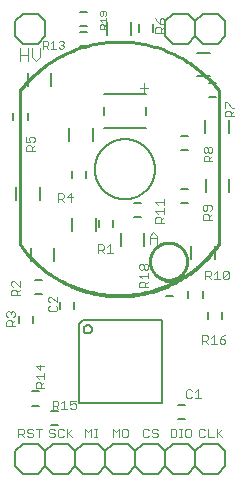
<source format=gto>
G75*
%MOIN*%
%OFA0B0*%
%FSLAX25Y25*%
%IPPOS*%
%LPD*%
%AMOC8*
5,1,8,0,0,1.08239X$1,22.5*
%
%ADD10C,0.00400*%
%ADD11C,0.00300*%
%ADD12C,0.01000*%
%ADD13C,0.00600*%
%ADD14C,0.00800*%
%ADD15C,0.00500*%
%ADD16C,0.00200*%
D10*
X0049068Y0131397D02*
X0049068Y0134133D01*
X0047700Y0132765D02*
X0050436Y0132765D01*
X0014579Y0143081D02*
X0014579Y0145817D01*
X0014579Y0143081D02*
X0013211Y0141713D01*
X0011844Y0143081D01*
X0011844Y0145817D01*
X0010436Y0145817D02*
X0010436Y0141713D01*
X0010436Y0143765D02*
X0007700Y0143765D01*
X0007700Y0141713D02*
X0007700Y0145817D01*
D11*
X0009820Y0116431D02*
X0009820Y0114497D01*
X0011271Y0114497D01*
X0010787Y0115464D01*
X0010787Y0115948D01*
X0011271Y0116431D01*
X0012238Y0116431D01*
X0012722Y0115948D01*
X0012722Y0114980D01*
X0012238Y0114497D01*
X0012722Y0113485D02*
X0011755Y0112517D01*
X0011755Y0113001D02*
X0011755Y0111550D01*
X0012722Y0111550D02*
X0009820Y0111550D01*
X0009820Y0113001D01*
X0010303Y0113485D01*
X0011271Y0113485D01*
X0011755Y0113001D01*
X0020454Y0097558D02*
X0021905Y0097558D01*
X0022389Y0097074D01*
X0022389Y0096106D01*
X0021905Y0095623D01*
X0020454Y0095623D01*
X0020454Y0094655D02*
X0020454Y0097558D01*
X0021421Y0095623D02*
X0022389Y0094655D01*
X0023400Y0096106D02*
X0025335Y0096106D01*
X0024852Y0094655D02*
X0024852Y0097558D01*
X0023400Y0096106D01*
X0033798Y0080517D02*
X0033798Y0077614D01*
X0033798Y0078582D02*
X0035249Y0078582D01*
X0035733Y0079065D01*
X0035733Y0080033D01*
X0035249Y0080517D01*
X0033798Y0080517D01*
X0034765Y0078582D02*
X0035733Y0077614D01*
X0036744Y0077614D02*
X0038679Y0077614D01*
X0037712Y0077614D02*
X0037712Y0080517D01*
X0036744Y0079549D01*
X0047598Y0073508D02*
X0047598Y0072540D01*
X0048081Y0072056D01*
X0048565Y0072056D01*
X0049049Y0072540D01*
X0049049Y0073508D01*
X0049533Y0073991D01*
X0050016Y0073991D01*
X0050500Y0073508D01*
X0050500Y0072540D01*
X0050016Y0072056D01*
X0049533Y0072056D01*
X0049049Y0072540D01*
X0049049Y0073508D02*
X0048565Y0073991D01*
X0048081Y0073991D01*
X0047598Y0073508D01*
X0047598Y0070077D02*
X0050500Y0070077D01*
X0050500Y0069110D02*
X0050500Y0071045D01*
X0050500Y0068098D02*
X0049533Y0067131D01*
X0049533Y0067615D02*
X0049533Y0066163D01*
X0050500Y0066163D02*
X0047598Y0066163D01*
X0047598Y0067615D01*
X0048081Y0068098D01*
X0049049Y0068098D01*
X0049533Y0067615D01*
X0048565Y0069110D02*
X0047598Y0070077D01*
X0050950Y0080763D02*
X0050950Y0083232D01*
X0052184Y0084467D01*
X0053419Y0083232D01*
X0053419Y0080763D01*
X0053419Y0082615D02*
X0050950Y0082615D01*
X0052898Y0087663D02*
X0052898Y0089115D01*
X0053381Y0089598D01*
X0054349Y0089598D01*
X0054833Y0089115D01*
X0054833Y0087663D01*
X0055800Y0087663D02*
X0052898Y0087663D01*
X0054833Y0088631D02*
X0055800Y0089598D01*
X0055800Y0090610D02*
X0055800Y0092545D01*
X0055800Y0091577D02*
X0052898Y0091577D01*
X0053865Y0090610D01*
X0053865Y0093556D02*
X0052898Y0094524D01*
X0055800Y0094524D01*
X0055800Y0095491D02*
X0055800Y0093556D01*
X0068764Y0093164D02*
X0068764Y0092197D01*
X0069247Y0091713D01*
X0069731Y0091713D01*
X0070215Y0092197D01*
X0070215Y0093648D01*
X0071182Y0093648D02*
X0069247Y0093648D01*
X0068764Y0093164D01*
X0069247Y0090702D02*
X0070215Y0090702D01*
X0070699Y0090218D01*
X0070699Y0088767D01*
X0070699Y0089734D02*
X0071666Y0090702D01*
X0071182Y0091713D02*
X0071666Y0092197D01*
X0071666Y0093164D01*
X0071182Y0093648D01*
X0069247Y0090702D02*
X0068764Y0090218D01*
X0068764Y0088767D01*
X0071666Y0088767D01*
X0070978Y0071724D02*
X0069526Y0071724D01*
X0069526Y0068821D01*
X0069526Y0069789D02*
X0070978Y0069789D01*
X0071461Y0070272D01*
X0071461Y0071240D01*
X0070978Y0071724D01*
X0070494Y0069789D02*
X0071461Y0068821D01*
X0072473Y0068821D02*
X0074408Y0068821D01*
X0073440Y0068821D02*
X0073440Y0071724D01*
X0072473Y0070756D01*
X0075419Y0071240D02*
X0075419Y0069305D01*
X0077354Y0071240D01*
X0077354Y0069305D01*
X0076871Y0068821D01*
X0075903Y0068821D01*
X0075419Y0069305D01*
X0075419Y0071240D02*
X0075903Y0071724D01*
X0076871Y0071724D01*
X0077354Y0071240D01*
X0076238Y0050316D02*
X0075271Y0049832D01*
X0074303Y0048865D01*
X0075755Y0048865D01*
X0076238Y0048381D01*
X0076238Y0047897D01*
X0075755Y0047413D01*
X0074787Y0047413D01*
X0074303Y0047897D01*
X0074303Y0048865D01*
X0073292Y0047413D02*
X0071357Y0047413D01*
X0072324Y0047413D02*
X0072324Y0050316D01*
X0071357Y0049348D01*
X0070345Y0048865D02*
X0069862Y0048381D01*
X0068410Y0048381D01*
X0068410Y0047413D02*
X0068410Y0050316D01*
X0069862Y0050316D01*
X0070345Y0049832D01*
X0070345Y0048865D01*
X0069378Y0048381D02*
X0070345Y0047413D01*
X0067064Y0032116D02*
X0066097Y0031148D01*
X0065085Y0031632D02*
X0064601Y0032116D01*
X0063634Y0032116D01*
X0063150Y0031632D01*
X0063150Y0029697D01*
X0063634Y0029213D01*
X0064601Y0029213D01*
X0065085Y0029697D01*
X0066097Y0029213D02*
X0068031Y0029213D01*
X0067064Y0029213D02*
X0067064Y0032116D01*
X0067934Y0019066D02*
X0067450Y0018582D01*
X0067450Y0016647D01*
X0067934Y0016163D01*
X0068901Y0016163D01*
X0069385Y0016647D01*
X0070397Y0016163D02*
X0070397Y0019066D01*
X0069385Y0018582D02*
X0068901Y0019066D01*
X0067934Y0019066D01*
X0070397Y0016163D02*
X0072331Y0016163D01*
X0073343Y0016163D02*
X0073343Y0019066D01*
X0073827Y0017615D02*
X0075278Y0016163D01*
X0073343Y0017131D02*
X0075278Y0019066D01*
X0064796Y0018582D02*
X0064796Y0016647D01*
X0064312Y0016163D01*
X0063345Y0016163D01*
X0062861Y0016647D01*
X0062861Y0018582D01*
X0063345Y0019066D01*
X0064312Y0019066D01*
X0064796Y0018582D01*
X0061864Y0019066D02*
X0060897Y0019066D01*
X0061380Y0019066D02*
X0061380Y0016163D01*
X0060897Y0016163D02*
X0061864Y0016163D01*
X0059885Y0016647D02*
X0059885Y0018582D01*
X0059401Y0019066D01*
X0057950Y0019066D01*
X0057950Y0016163D01*
X0059401Y0016163D01*
X0059885Y0016647D01*
X0053631Y0016647D02*
X0053148Y0016163D01*
X0052180Y0016163D01*
X0051697Y0016647D01*
X0050685Y0016647D02*
X0050201Y0016163D01*
X0049234Y0016163D01*
X0048750Y0016647D01*
X0048750Y0018582D01*
X0049234Y0019066D01*
X0050201Y0019066D01*
X0050685Y0018582D01*
X0051697Y0018582D02*
X0051697Y0018098D01*
X0052180Y0017615D01*
X0053148Y0017615D01*
X0053631Y0017131D01*
X0053631Y0016647D01*
X0053631Y0018582D02*
X0053148Y0019066D01*
X0052180Y0019066D01*
X0051697Y0018582D01*
X0043731Y0018582D02*
X0043731Y0016647D01*
X0043248Y0016163D01*
X0042280Y0016163D01*
X0041797Y0016647D01*
X0041797Y0018582D01*
X0042280Y0019066D01*
X0043248Y0019066D01*
X0043731Y0018582D01*
X0040785Y0019066D02*
X0040785Y0016163D01*
X0039817Y0018098D02*
X0040785Y0019066D01*
X0039817Y0018098D02*
X0038850Y0019066D01*
X0038850Y0016163D01*
X0033464Y0016163D02*
X0032497Y0016163D01*
X0032980Y0016163D02*
X0032980Y0019066D01*
X0032497Y0019066D02*
X0033464Y0019066D01*
X0031485Y0019066D02*
X0031485Y0016163D01*
X0030517Y0018098D02*
X0031485Y0019066D01*
X0030517Y0018098D02*
X0029550Y0019066D01*
X0029550Y0016163D01*
X0025278Y0016163D02*
X0023827Y0017615D01*
X0023343Y0017131D02*
X0025278Y0019066D01*
X0023343Y0019066D02*
X0023343Y0016163D01*
X0022331Y0016647D02*
X0021848Y0016163D01*
X0020880Y0016163D01*
X0020397Y0016647D01*
X0020397Y0018582D01*
X0020880Y0019066D01*
X0021848Y0019066D01*
X0022331Y0018582D01*
X0019385Y0018582D02*
X0018901Y0019066D01*
X0017934Y0019066D01*
X0017450Y0018582D01*
X0017450Y0018098D01*
X0017934Y0017615D01*
X0018901Y0017615D01*
X0019385Y0017131D01*
X0019385Y0016647D01*
X0018901Y0016163D01*
X0017934Y0016163D01*
X0017450Y0016647D01*
X0015078Y0019066D02*
X0013143Y0019066D01*
X0012131Y0018582D02*
X0011648Y0019066D01*
X0010680Y0019066D01*
X0010197Y0018582D01*
X0010197Y0018098D01*
X0010680Y0017615D01*
X0011648Y0017615D01*
X0012131Y0017131D01*
X0012131Y0016647D01*
X0011648Y0016163D01*
X0010680Y0016163D01*
X0010197Y0016647D01*
X0009185Y0016163D02*
X0008217Y0017131D01*
X0008701Y0017131D02*
X0007250Y0017131D01*
X0007250Y0016163D02*
X0007250Y0019066D01*
X0008701Y0019066D01*
X0009185Y0018582D01*
X0009185Y0017615D01*
X0008701Y0017131D01*
X0014111Y0016163D02*
X0014111Y0019066D01*
X0018650Y0025513D02*
X0018650Y0028416D01*
X0020101Y0028416D01*
X0020585Y0027932D01*
X0020585Y0026965D01*
X0020101Y0026481D01*
X0018650Y0026481D01*
X0019617Y0026481D02*
X0020585Y0025513D01*
X0021597Y0025513D02*
X0023531Y0025513D01*
X0022564Y0025513D02*
X0022564Y0028416D01*
X0021597Y0027448D01*
X0024543Y0026965D02*
X0025511Y0027448D01*
X0025994Y0027448D01*
X0026478Y0026965D01*
X0026478Y0025997D01*
X0025994Y0025513D01*
X0025027Y0025513D01*
X0024543Y0025997D01*
X0024543Y0026965D02*
X0024543Y0028416D01*
X0026478Y0028416D01*
X0015900Y0032563D02*
X0012998Y0032563D01*
X0012998Y0034015D01*
X0013481Y0034498D01*
X0014449Y0034498D01*
X0014933Y0034015D01*
X0014933Y0032563D01*
X0014933Y0033531D02*
X0015900Y0034498D01*
X0015900Y0035510D02*
X0015900Y0037445D01*
X0015900Y0036477D02*
X0012998Y0036477D01*
X0013965Y0035510D01*
X0014449Y0038456D02*
X0014449Y0040391D01*
X0012998Y0039908D02*
X0014449Y0038456D01*
X0015900Y0039908D02*
X0012998Y0039908D01*
X0006074Y0053226D02*
X0003172Y0053226D01*
X0003172Y0054677D01*
X0003655Y0055161D01*
X0004623Y0055161D01*
X0005107Y0054677D01*
X0005107Y0053226D01*
X0005107Y0054193D02*
X0006074Y0055161D01*
X0005590Y0056172D02*
X0006074Y0056656D01*
X0006074Y0057623D01*
X0005590Y0058107D01*
X0005107Y0058107D01*
X0004623Y0057623D01*
X0004623Y0057140D01*
X0004623Y0057623D02*
X0004139Y0058107D01*
X0003655Y0058107D01*
X0003172Y0057623D01*
X0003172Y0056656D01*
X0003655Y0056172D01*
X0004824Y0063467D02*
X0004824Y0064918D01*
X0005307Y0065402D01*
X0006275Y0065402D01*
X0006759Y0064918D01*
X0006759Y0063467D01*
X0007726Y0063467D02*
X0004824Y0063467D01*
X0005307Y0066414D02*
X0004824Y0066897D01*
X0004824Y0067865D01*
X0005307Y0068349D01*
X0005791Y0068349D01*
X0007726Y0066414D01*
X0007726Y0068349D01*
X0007726Y0065402D02*
X0006759Y0064435D01*
X0017198Y0062561D02*
X0017198Y0061594D01*
X0017681Y0061110D01*
X0017681Y0060098D02*
X0017198Y0059615D01*
X0017198Y0058647D01*
X0017681Y0058163D01*
X0019616Y0058163D01*
X0020100Y0058647D01*
X0020100Y0059615D01*
X0019616Y0060098D01*
X0020100Y0061110D02*
X0018165Y0063045D01*
X0017681Y0063045D01*
X0017198Y0062561D01*
X0020100Y0063045D02*
X0020100Y0061110D01*
X0052879Y0150984D02*
X0052879Y0152435D01*
X0053363Y0152919D01*
X0054331Y0152919D01*
X0054814Y0152435D01*
X0054814Y0150984D01*
X0054814Y0151951D02*
X0055782Y0152919D01*
X0055298Y0153930D02*
X0055782Y0154414D01*
X0055782Y0155381D01*
X0055298Y0155865D01*
X0054814Y0155865D01*
X0054331Y0155381D01*
X0054331Y0153930D01*
X0055298Y0153930D01*
X0054331Y0153930D02*
X0053363Y0154898D01*
X0052879Y0155865D01*
X0052879Y0150984D02*
X0055782Y0150984D01*
X0069447Y0113007D02*
X0068964Y0112523D01*
X0068964Y0111556D01*
X0069447Y0111072D01*
X0069931Y0111072D01*
X0070415Y0111556D01*
X0070415Y0112523D01*
X0070899Y0113007D01*
X0071382Y0113007D01*
X0071866Y0112523D01*
X0071866Y0111556D01*
X0071382Y0111072D01*
X0070899Y0111072D01*
X0070415Y0111556D01*
X0070415Y0112523D02*
X0069931Y0113007D01*
X0069447Y0113007D01*
X0069447Y0110061D02*
X0070415Y0110061D01*
X0070899Y0109577D01*
X0070899Y0108126D01*
X0070899Y0109093D02*
X0071866Y0110061D01*
X0071866Y0108126D02*
X0068964Y0108126D01*
X0068964Y0109577D01*
X0069447Y0110061D01*
X0076156Y0123126D02*
X0076156Y0124577D01*
X0076640Y0125061D01*
X0077607Y0125061D01*
X0078091Y0124577D01*
X0078091Y0123126D01*
X0078091Y0124094D02*
X0079058Y0125061D01*
X0079058Y0126073D02*
X0078575Y0126073D01*
X0076640Y0128008D01*
X0076156Y0128008D01*
X0076156Y0126073D01*
X0076156Y0123126D02*
X0079058Y0123126D01*
D12*
X0073995Y0131807D02*
X0073995Y0080557D01*
X0051100Y0074813D02*
X0051102Y0074970D01*
X0051108Y0075127D01*
X0051118Y0075284D01*
X0051132Y0075440D01*
X0051150Y0075596D01*
X0051171Y0075752D01*
X0051197Y0075907D01*
X0051227Y0076061D01*
X0051260Y0076214D01*
X0051298Y0076367D01*
X0051339Y0076519D01*
X0051384Y0076669D01*
X0051433Y0076818D01*
X0051486Y0076966D01*
X0051542Y0077113D01*
X0051602Y0077258D01*
X0051666Y0077402D01*
X0051734Y0077543D01*
X0051805Y0077684D01*
X0051879Y0077822D01*
X0051957Y0077958D01*
X0052038Y0078093D01*
X0052123Y0078225D01*
X0052211Y0078355D01*
X0052303Y0078483D01*
X0052397Y0078608D01*
X0052495Y0078731D01*
X0052596Y0078852D01*
X0052700Y0078969D01*
X0052806Y0079085D01*
X0052916Y0079197D01*
X0053028Y0079307D01*
X0053144Y0079413D01*
X0053261Y0079517D01*
X0053382Y0079618D01*
X0053505Y0079716D01*
X0053630Y0079810D01*
X0053758Y0079902D01*
X0053888Y0079990D01*
X0054020Y0080075D01*
X0054155Y0080156D01*
X0054291Y0080234D01*
X0054429Y0080308D01*
X0054570Y0080379D01*
X0054711Y0080447D01*
X0054855Y0080511D01*
X0055000Y0080571D01*
X0055147Y0080627D01*
X0055295Y0080680D01*
X0055444Y0080729D01*
X0055594Y0080774D01*
X0055746Y0080815D01*
X0055899Y0080853D01*
X0056052Y0080886D01*
X0056206Y0080916D01*
X0056361Y0080942D01*
X0056517Y0080963D01*
X0056673Y0080981D01*
X0056829Y0080995D01*
X0056986Y0081005D01*
X0057143Y0081011D01*
X0057300Y0081013D01*
X0057457Y0081011D01*
X0057614Y0081005D01*
X0057771Y0080995D01*
X0057927Y0080981D01*
X0058083Y0080963D01*
X0058239Y0080942D01*
X0058394Y0080916D01*
X0058548Y0080886D01*
X0058701Y0080853D01*
X0058854Y0080815D01*
X0059006Y0080774D01*
X0059156Y0080729D01*
X0059305Y0080680D01*
X0059453Y0080627D01*
X0059600Y0080571D01*
X0059745Y0080511D01*
X0059889Y0080447D01*
X0060030Y0080379D01*
X0060171Y0080308D01*
X0060309Y0080234D01*
X0060445Y0080156D01*
X0060580Y0080075D01*
X0060712Y0079990D01*
X0060842Y0079902D01*
X0060970Y0079810D01*
X0061095Y0079716D01*
X0061218Y0079618D01*
X0061339Y0079517D01*
X0061456Y0079413D01*
X0061572Y0079307D01*
X0061684Y0079197D01*
X0061794Y0079085D01*
X0061900Y0078969D01*
X0062004Y0078852D01*
X0062105Y0078731D01*
X0062203Y0078608D01*
X0062297Y0078483D01*
X0062389Y0078355D01*
X0062477Y0078225D01*
X0062562Y0078093D01*
X0062643Y0077958D01*
X0062721Y0077822D01*
X0062795Y0077684D01*
X0062866Y0077543D01*
X0062934Y0077402D01*
X0062998Y0077258D01*
X0063058Y0077113D01*
X0063114Y0076966D01*
X0063167Y0076818D01*
X0063216Y0076669D01*
X0063261Y0076519D01*
X0063302Y0076367D01*
X0063340Y0076214D01*
X0063373Y0076061D01*
X0063403Y0075907D01*
X0063429Y0075752D01*
X0063450Y0075596D01*
X0063468Y0075440D01*
X0063482Y0075284D01*
X0063492Y0075127D01*
X0063498Y0074970D01*
X0063500Y0074813D01*
X0063498Y0074656D01*
X0063492Y0074499D01*
X0063482Y0074342D01*
X0063468Y0074186D01*
X0063450Y0074030D01*
X0063429Y0073874D01*
X0063403Y0073719D01*
X0063373Y0073565D01*
X0063340Y0073412D01*
X0063302Y0073259D01*
X0063261Y0073107D01*
X0063216Y0072957D01*
X0063167Y0072808D01*
X0063114Y0072660D01*
X0063058Y0072513D01*
X0062998Y0072368D01*
X0062934Y0072224D01*
X0062866Y0072083D01*
X0062795Y0071942D01*
X0062721Y0071804D01*
X0062643Y0071668D01*
X0062562Y0071533D01*
X0062477Y0071401D01*
X0062389Y0071271D01*
X0062297Y0071143D01*
X0062203Y0071018D01*
X0062105Y0070895D01*
X0062004Y0070774D01*
X0061900Y0070657D01*
X0061794Y0070541D01*
X0061684Y0070429D01*
X0061572Y0070319D01*
X0061456Y0070213D01*
X0061339Y0070109D01*
X0061218Y0070008D01*
X0061095Y0069910D01*
X0060970Y0069816D01*
X0060842Y0069724D01*
X0060712Y0069636D01*
X0060580Y0069551D01*
X0060445Y0069470D01*
X0060309Y0069392D01*
X0060171Y0069318D01*
X0060030Y0069247D01*
X0059889Y0069179D01*
X0059745Y0069115D01*
X0059600Y0069055D01*
X0059453Y0068999D01*
X0059305Y0068946D01*
X0059156Y0068897D01*
X0059006Y0068852D01*
X0058854Y0068811D01*
X0058701Y0068773D01*
X0058548Y0068740D01*
X0058394Y0068710D01*
X0058239Y0068684D01*
X0058083Y0068663D01*
X0057927Y0068645D01*
X0057771Y0068631D01*
X0057614Y0068621D01*
X0057457Y0068615D01*
X0057300Y0068613D01*
X0057143Y0068615D01*
X0056986Y0068621D01*
X0056829Y0068631D01*
X0056673Y0068645D01*
X0056517Y0068663D01*
X0056361Y0068684D01*
X0056206Y0068710D01*
X0056052Y0068740D01*
X0055899Y0068773D01*
X0055746Y0068811D01*
X0055594Y0068852D01*
X0055444Y0068897D01*
X0055295Y0068946D01*
X0055147Y0068999D01*
X0055000Y0069055D01*
X0054855Y0069115D01*
X0054711Y0069179D01*
X0054570Y0069247D01*
X0054429Y0069318D01*
X0054291Y0069392D01*
X0054155Y0069470D01*
X0054020Y0069551D01*
X0053888Y0069636D01*
X0053758Y0069724D01*
X0053630Y0069816D01*
X0053505Y0069910D01*
X0053382Y0070008D01*
X0053261Y0070109D01*
X0053144Y0070213D01*
X0053028Y0070319D01*
X0052916Y0070429D01*
X0052806Y0070541D01*
X0052700Y0070657D01*
X0052596Y0070774D01*
X0052495Y0070895D01*
X0052397Y0071018D01*
X0052303Y0071143D01*
X0052211Y0071271D01*
X0052123Y0071401D01*
X0052038Y0071533D01*
X0051957Y0071668D01*
X0051879Y0071804D01*
X0051805Y0071942D01*
X0051734Y0072083D01*
X0051666Y0072224D01*
X0051602Y0072368D01*
X0051542Y0072513D01*
X0051486Y0072660D01*
X0051433Y0072808D01*
X0051384Y0072957D01*
X0051339Y0073107D01*
X0051298Y0073259D01*
X0051260Y0073412D01*
X0051227Y0073565D01*
X0051197Y0073719D01*
X0051171Y0073874D01*
X0051150Y0074030D01*
X0051132Y0074186D01*
X0051118Y0074342D01*
X0051108Y0074499D01*
X0051102Y0074656D01*
X0051100Y0074813D01*
X0073995Y0080557D02*
X0073426Y0079752D01*
X0072838Y0078962D01*
X0072230Y0078186D01*
X0071604Y0077425D01*
X0070959Y0076680D01*
X0070296Y0075951D01*
X0069616Y0075238D01*
X0068918Y0074543D01*
X0068203Y0073864D01*
X0067473Y0073204D01*
X0066726Y0072561D01*
X0065963Y0071937D01*
X0065186Y0071332D01*
X0064394Y0070746D01*
X0063587Y0070179D01*
X0062767Y0069633D01*
X0061934Y0069106D01*
X0061089Y0068601D01*
X0060231Y0068116D01*
X0059362Y0067652D01*
X0058481Y0067210D01*
X0057590Y0066789D01*
X0056689Y0066391D01*
X0055778Y0066014D01*
X0054859Y0065660D01*
X0053931Y0065329D01*
X0052995Y0065020D01*
X0052052Y0064735D01*
X0051102Y0064472D01*
X0050147Y0064233D01*
X0049185Y0064018D01*
X0048219Y0063826D01*
X0047248Y0063658D01*
X0046273Y0063514D01*
X0045295Y0063393D01*
X0044314Y0063297D01*
X0043332Y0063224D01*
X0042348Y0063176D01*
X0041363Y0063152D01*
X0040377Y0063152D01*
X0039392Y0063176D01*
X0038408Y0063224D01*
X0037426Y0063297D01*
X0036445Y0063393D01*
X0035467Y0063514D01*
X0034492Y0063658D01*
X0033521Y0063826D01*
X0032555Y0064018D01*
X0031593Y0064233D01*
X0030638Y0064472D01*
X0029688Y0064735D01*
X0028745Y0065020D01*
X0027809Y0065329D01*
X0026881Y0065660D01*
X0025962Y0066014D01*
X0025051Y0066391D01*
X0024150Y0066789D01*
X0023259Y0067210D01*
X0022378Y0067652D01*
X0021509Y0068116D01*
X0020651Y0068601D01*
X0019806Y0069106D01*
X0018973Y0069633D01*
X0018153Y0070179D01*
X0017346Y0070746D01*
X0016554Y0071332D01*
X0015777Y0071937D01*
X0015014Y0072561D01*
X0014267Y0073204D01*
X0013537Y0073864D01*
X0012822Y0074543D01*
X0012124Y0075238D01*
X0011444Y0075951D01*
X0010781Y0076680D01*
X0010136Y0077425D01*
X0009510Y0078186D01*
X0008902Y0078962D01*
X0008314Y0079752D01*
X0007745Y0080557D01*
X0007745Y0131807D01*
X0007745Y0131806D02*
X0008379Y0132604D01*
X0009032Y0133385D01*
X0009704Y0134150D01*
X0010394Y0134899D01*
X0011102Y0135631D01*
X0011828Y0136345D01*
X0012571Y0137042D01*
X0013331Y0137720D01*
X0014107Y0138380D01*
X0014899Y0139021D01*
X0015706Y0139642D01*
X0016528Y0140243D01*
X0017364Y0140824D01*
X0018214Y0141385D01*
X0019078Y0141925D01*
X0019954Y0142444D01*
X0020843Y0142941D01*
X0021744Y0143417D01*
X0022656Y0143870D01*
X0023578Y0144302D01*
X0024511Y0144711D01*
X0025454Y0145097D01*
X0026405Y0145460D01*
X0027365Y0145799D01*
X0028334Y0146116D01*
X0029309Y0146408D01*
X0030291Y0146677D01*
X0031280Y0146922D01*
X0032274Y0147143D01*
X0033273Y0147340D01*
X0034277Y0147512D01*
X0035285Y0147660D01*
X0036296Y0147784D01*
X0037310Y0147883D01*
X0038325Y0147957D01*
X0039343Y0148006D01*
X0040361Y0148031D01*
X0041379Y0148031D01*
X0042397Y0148006D01*
X0043415Y0147957D01*
X0044430Y0147883D01*
X0045444Y0147784D01*
X0046455Y0147660D01*
X0047463Y0147512D01*
X0048467Y0147340D01*
X0049466Y0147143D01*
X0050460Y0146922D01*
X0051449Y0146677D01*
X0052431Y0146408D01*
X0053406Y0146116D01*
X0054375Y0145799D01*
X0055335Y0145460D01*
X0056286Y0145097D01*
X0057229Y0144711D01*
X0058162Y0144302D01*
X0059084Y0143870D01*
X0059996Y0143417D01*
X0060897Y0142941D01*
X0061786Y0142444D01*
X0062662Y0141925D01*
X0063526Y0141385D01*
X0064376Y0140824D01*
X0065212Y0140243D01*
X0066034Y0139642D01*
X0066841Y0139021D01*
X0067633Y0138380D01*
X0068409Y0137720D01*
X0069169Y0137042D01*
X0069912Y0136345D01*
X0070638Y0135631D01*
X0071346Y0134899D01*
X0072036Y0134150D01*
X0072708Y0133385D01*
X0073361Y0132604D01*
X0073995Y0131806D01*
D13*
X0006170Y0011600D02*
X0006170Y0006600D01*
X0008670Y0004100D01*
X0013670Y0004100D01*
X0016170Y0006600D01*
X0018670Y0004100D01*
X0023670Y0004100D01*
X0026170Y0006600D01*
X0026170Y0011600D01*
X0023670Y0014100D01*
X0018670Y0014100D01*
X0016170Y0011600D01*
X0016170Y0006600D01*
X0016170Y0011600D02*
X0013670Y0014100D01*
X0008670Y0014100D01*
X0006170Y0011600D01*
X0011819Y0026751D02*
X0014181Y0026751D01*
X0014181Y0031476D02*
X0011819Y0031476D01*
X0018219Y0024876D02*
X0020581Y0024876D01*
X0020581Y0020151D02*
X0018219Y0020151D01*
X0026170Y0011600D02*
X0028670Y0014100D01*
X0033670Y0014100D01*
X0036170Y0011600D01*
X0038670Y0014100D01*
X0043670Y0014100D01*
X0046170Y0011600D01*
X0048670Y0014100D01*
X0053670Y0014100D01*
X0056170Y0011600D01*
X0056170Y0006600D01*
X0053670Y0004100D01*
X0048670Y0004100D01*
X0046170Y0006600D01*
X0043670Y0004100D01*
X0038670Y0004100D01*
X0036170Y0006600D01*
X0033670Y0004100D01*
X0028670Y0004100D01*
X0026170Y0006600D01*
X0036170Y0006600D02*
X0036170Y0011600D01*
X0027371Y0027584D02*
X0027371Y0053785D01*
X0028769Y0055183D01*
X0054969Y0055183D01*
X0054969Y0027584D01*
X0027371Y0027584D01*
X0028956Y0052183D02*
X0028958Y0052258D01*
X0028964Y0052332D01*
X0028974Y0052406D01*
X0028987Y0052479D01*
X0029005Y0052552D01*
X0029026Y0052623D01*
X0029051Y0052694D01*
X0029080Y0052763D01*
X0029113Y0052830D01*
X0029149Y0052895D01*
X0029188Y0052959D01*
X0029230Y0053020D01*
X0029276Y0053079D01*
X0029325Y0053136D01*
X0029377Y0053189D01*
X0029431Y0053240D01*
X0029488Y0053289D01*
X0029548Y0053333D01*
X0029610Y0053375D01*
X0029674Y0053414D01*
X0029740Y0053449D01*
X0029807Y0053480D01*
X0029877Y0053508D01*
X0029947Y0053532D01*
X0030019Y0053553D01*
X0030092Y0053569D01*
X0030165Y0053582D01*
X0030240Y0053591D01*
X0030314Y0053596D01*
X0030389Y0053597D01*
X0030463Y0053594D01*
X0030538Y0053587D01*
X0030611Y0053576D01*
X0030685Y0053562D01*
X0030757Y0053543D01*
X0030828Y0053521D01*
X0030898Y0053495D01*
X0030967Y0053465D01*
X0031033Y0053432D01*
X0031098Y0053395D01*
X0031161Y0053355D01*
X0031222Y0053311D01*
X0031280Y0053265D01*
X0031336Y0053215D01*
X0031389Y0053163D01*
X0031440Y0053108D01*
X0031487Y0053050D01*
X0031531Y0052990D01*
X0031572Y0052927D01*
X0031610Y0052863D01*
X0031644Y0052797D01*
X0031675Y0052728D01*
X0031702Y0052659D01*
X0031725Y0052588D01*
X0031744Y0052516D01*
X0031760Y0052443D01*
X0031772Y0052369D01*
X0031780Y0052295D01*
X0031784Y0052220D01*
X0031784Y0052146D01*
X0031780Y0052071D01*
X0031772Y0051997D01*
X0031760Y0051923D01*
X0031744Y0051850D01*
X0031725Y0051778D01*
X0031702Y0051707D01*
X0031675Y0051638D01*
X0031644Y0051569D01*
X0031610Y0051503D01*
X0031572Y0051439D01*
X0031531Y0051376D01*
X0031487Y0051316D01*
X0031440Y0051258D01*
X0031389Y0051203D01*
X0031336Y0051151D01*
X0031280Y0051101D01*
X0031222Y0051055D01*
X0031161Y0051011D01*
X0031098Y0050971D01*
X0031033Y0050934D01*
X0030967Y0050901D01*
X0030898Y0050871D01*
X0030828Y0050845D01*
X0030757Y0050823D01*
X0030685Y0050804D01*
X0030611Y0050790D01*
X0030538Y0050779D01*
X0030463Y0050772D01*
X0030389Y0050769D01*
X0030314Y0050770D01*
X0030240Y0050775D01*
X0030165Y0050784D01*
X0030092Y0050797D01*
X0030019Y0050813D01*
X0029947Y0050834D01*
X0029877Y0050858D01*
X0029807Y0050886D01*
X0029740Y0050917D01*
X0029674Y0050952D01*
X0029610Y0050991D01*
X0029548Y0051033D01*
X0029488Y0051077D01*
X0029431Y0051126D01*
X0029377Y0051177D01*
X0029325Y0051230D01*
X0029276Y0051287D01*
X0029230Y0051346D01*
X0029188Y0051407D01*
X0029149Y0051471D01*
X0029113Y0051536D01*
X0029080Y0051603D01*
X0029051Y0051672D01*
X0029026Y0051743D01*
X0029005Y0051814D01*
X0028987Y0051887D01*
X0028974Y0051960D01*
X0028964Y0052034D01*
X0028958Y0052108D01*
X0028956Y0052183D01*
X0025862Y0058932D02*
X0025862Y0061294D01*
X0021138Y0061294D02*
X0021138Y0058932D01*
X0015078Y0063825D02*
X0012716Y0063825D01*
X0012716Y0068550D02*
X0015078Y0068550D01*
X0012136Y0056557D02*
X0012136Y0054194D01*
X0007412Y0054194D02*
X0007412Y0056557D01*
X0025196Y0102636D02*
X0025196Y0104998D01*
X0029920Y0104998D02*
X0029920Y0102636D01*
X0034154Y0088587D02*
X0034154Y0086224D01*
X0038879Y0086224D02*
X0038879Y0088587D01*
X0045819Y0089651D02*
X0048181Y0089651D01*
X0048181Y0094376D02*
X0045819Y0094376D01*
X0056319Y0067876D02*
X0058681Y0067876D01*
X0058681Y0063151D02*
X0056319Y0063151D01*
X0063930Y0062709D02*
X0063930Y0065071D01*
X0068654Y0065071D02*
X0068654Y0062709D01*
X0070438Y0057994D02*
X0070438Y0055632D01*
X0075162Y0055632D02*
X0075162Y0057994D01*
X0062881Y0027076D02*
X0060519Y0027076D01*
X0060519Y0022351D02*
X0062881Y0022351D01*
X0063670Y0014100D02*
X0058670Y0014100D01*
X0056170Y0011600D01*
X0056170Y0006600D02*
X0058670Y0004100D01*
X0063670Y0004100D01*
X0066170Y0006600D01*
X0068670Y0004100D01*
X0073670Y0004100D01*
X0076170Y0006600D01*
X0076170Y0011600D01*
X0073670Y0014100D01*
X0068670Y0014100D01*
X0066170Y0011600D01*
X0066170Y0006600D01*
X0066170Y0011600D02*
X0063670Y0014100D01*
X0046170Y0011600D02*
X0046170Y0006600D01*
X0061422Y0094285D02*
X0063784Y0094285D01*
X0063784Y0099009D02*
X0061422Y0099009D01*
X0061481Y0111785D02*
X0063843Y0111785D01*
X0063843Y0116509D02*
X0061481Y0116509D01*
X0070863Y0129509D02*
X0073225Y0129509D01*
X0073225Y0134234D02*
X0070863Y0134234D01*
X0068670Y0147407D02*
X0073670Y0147407D01*
X0076170Y0149907D01*
X0076170Y0154907D01*
X0073670Y0157407D01*
X0068670Y0157407D01*
X0066170Y0154907D01*
X0066170Y0149907D01*
X0068670Y0147407D01*
X0066170Y0149907D02*
X0063670Y0147407D01*
X0058670Y0147407D01*
X0056170Y0149907D01*
X0056170Y0154907D01*
X0058670Y0157407D01*
X0063670Y0157407D01*
X0066170Y0154907D01*
X0052280Y0153781D02*
X0052280Y0151419D01*
X0047556Y0151419D02*
X0047556Y0153781D01*
X0029981Y0153151D02*
X0027619Y0153151D01*
X0027619Y0151376D02*
X0029981Y0151376D01*
X0029981Y0146651D02*
X0027619Y0146651D01*
X0027619Y0157876D02*
X0029981Y0157876D01*
X0016170Y0154907D02*
X0016170Y0149907D01*
X0013670Y0147407D01*
X0008670Y0147407D01*
X0006170Y0149907D01*
X0006170Y0154907D01*
X0008670Y0157407D01*
X0013670Y0157407D01*
X0016170Y0154907D01*
X0010284Y0124281D02*
X0010284Y0121919D01*
X0005560Y0121919D02*
X0005560Y0124281D01*
D14*
X0010363Y0133348D02*
X0010363Y0137679D01*
X0018237Y0137679D02*
X0018237Y0133348D01*
X0024178Y0119179D02*
X0024178Y0114848D01*
X0032052Y0114848D02*
X0032052Y0119179D01*
X0033020Y0089376D02*
X0033020Y0085045D01*
X0025146Y0085045D02*
X0025146Y0089376D01*
X0019211Y0079361D02*
X0019211Y0075031D01*
X0011337Y0075031D02*
X0011337Y0079361D01*
X0014464Y0095191D02*
X0014464Y0099521D01*
X0006590Y0099521D02*
X0006590Y0095191D01*
X0036863Y0150348D02*
X0036863Y0154679D01*
X0044737Y0154679D02*
X0044737Y0150348D01*
X0066635Y0144395D02*
X0070965Y0144395D01*
X0070965Y0136521D02*
X0066635Y0136521D01*
X0069536Y0121781D02*
X0069536Y0117450D01*
X0069729Y0102261D02*
X0069729Y0097931D01*
X0077603Y0097931D02*
X0077603Y0102261D01*
X0077410Y0117450D02*
X0077410Y0121781D01*
X0072761Y0079982D02*
X0072761Y0075651D01*
X0064887Y0075651D02*
X0064887Y0079982D01*
X0049237Y0080048D02*
X0049237Y0084379D01*
X0041363Y0084379D02*
X0041363Y0080048D01*
D15*
X0073995Y0080557D02*
X0073408Y0079756D01*
X0072802Y0078971D01*
X0072178Y0078200D01*
X0071534Y0077445D01*
X0070873Y0076705D01*
X0070193Y0075982D01*
X0069497Y0075276D01*
X0068783Y0074587D01*
X0068052Y0073916D01*
X0067306Y0073262D01*
X0066544Y0072627D01*
X0065766Y0072011D01*
X0064974Y0071414D01*
X0064167Y0070836D01*
X0063347Y0070278D01*
X0062513Y0069740D01*
X0061666Y0069223D01*
X0060807Y0068727D01*
X0059937Y0068251D01*
X0059054Y0067797D01*
X0058161Y0067365D01*
X0057258Y0066955D01*
X0056345Y0066566D01*
X0055423Y0066200D01*
X0054492Y0065857D01*
X0053553Y0065536D01*
X0052607Y0065239D01*
X0051653Y0064964D01*
X0050694Y0064713D01*
X0049728Y0064485D01*
X0048757Y0064281D01*
X0047781Y0064101D01*
X0046802Y0063944D01*
X0045818Y0063812D01*
X0044832Y0063703D01*
X0043844Y0063619D01*
X0042854Y0063558D01*
X0041862Y0063522D01*
X0040870Y0063510D01*
X0039878Y0063522D01*
X0038886Y0063558D01*
X0037896Y0063619D01*
X0036908Y0063703D01*
X0035922Y0063812D01*
X0034938Y0063944D01*
X0033959Y0064101D01*
X0032983Y0064281D01*
X0032012Y0064485D01*
X0031046Y0064713D01*
X0030087Y0064964D01*
X0029133Y0065239D01*
X0028187Y0065536D01*
X0027248Y0065857D01*
X0026317Y0066200D01*
X0025395Y0066566D01*
X0024482Y0066955D01*
X0023579Y0067365D01*
X0022686Y0067797D01*
X0021803Y0068251D01*
X0020933Y0068727D01*
X0020074Y0069223D01*
X0019227Y0069740D01*
X0018393Y0070278D01*
X0017573Y0070836D01*
X0016766Y0071414D01*
X0015974Y0072011D01*
X0015196Y0072627D01*
X0014434Y0073262D01*
X0013688Y0073916D01*
X0012957Y0074587D01*
X0012243Y0075276D01*
X0011547Y0075982D01*
X0010867Y0076705D01*
X0010206Y0077445D01*
X0009562Y0078200D01*
X0008938Y0078971D01*
X0008332Y0079756D01*
X0007745Y0080557D01*
X0035855Y0119427D02*
X0049635Y0119427D01*
X0049635Y0123757D02*
X0049635Y0126120D01*
X0049635Y0130450D02*
X0035855Y0130450D01*
X0035855Y0126120D02*
X0035855Y0123757D01*
X0007745Y0131807D02*
X0008391Y0132610D01*
X0009057Y0133396D01*
X0009741Y0134166D01*
X0010445Y0134919D01*
X0011166Y0135654D01*
X0011905Y0136371D01*
X0012662Y0137071D01*
X0013436Y0137751D01*
X0014226Y0138412D01*
X0015031Y0139054D01*
X0015853Y0139676D01*
X0016689Y0140278D01*
X0017540Y0140859D01*
X0018404Y0141419D01*
X0019282Y0141958D01*
X0020174Y0142475D01*
X0021077Y0142970D01*
X0021992Y0143443D01*
X0022919Y0143893D01*
X0023856Y0144321D01*
X0024803Y0144726D01*
X0025761Y0145107D01*
X0026727Y0145465D01*
X0027701Y0145799D01*
X0028684Y0146109D01*
X0029673Y0146395D01*
X0030670Y0146656D01*
X0031672Y0146894D01*
X0032680Y0147106D01*
X0033693Y0147294D01*
X0034711Y0147457D01*
X0035732Y0147595D01*
X0036756Y0147709D01*
X0037782Y0147797D01*
X0038810Y0147860D01*
X0039840Y0147897D01*
X0040870Y0147910D01*
X0041900Y0147897D01*
X0042930Y0147860D01*
X0043958Y0147797D01*
X0044984Y0147709D01*
X0046008Y0147595D01*
X0047029Y0147457D01*
X0048047Y0147294D01*
X0049060Y0147106D01*
X0050068Y0146894D01*
X0051070Y0146656D01*
X0052067Y0146395D01*
X0053056Y0146109D01*
X0054039Y0145799D01*
X0055013Y0145465D01*
X0055979Y0145107D01*
X0056937Y0144726D01*
X0057884Y0144321D01*
X0058821Y0143893D01*
X0059748Y0143443D01*
X0060663Y0142970D01*
X0061566Y0142475D01*
X0062458Y0141958D01*
X0063336Y0141419D01*
X0064200Y0140859D01*
X0065051Y0140278D01*
X0065887Y0139676D01*
X0066709Y0139054D01*
X0067514Y0138412D01*
X0068304Y0137751D01*
X0069078Y0137071D01*
X0069835Y0136371D01*
X0070574Y0135654D01*
X0071295Y0134919D01*
X0071999Y0134166D01*
X0072683Y0133396D01*
X0073349Y0132610D01*
X0073995Y0131807D01*
X0032745Y0105557D02*
X0032748Y0105802D01*
X0032757Y0106048D01*
X0032772Y0106293D01*
X0032793Y0106537D01*
X0032820Y0106781D01*
X0032853Y0107024D01*
X0032892Y0107267D01*
X0032937Y0107508D01*
X0032988Y0107748D01*
X0033045Y0107987D01*
X0033107Y0108224D01*
X0033176Y0108460D01*
X0033250Y0108694D01*
X0033330Y0108926D01*
X0033415Y0109156D01*
X0033506Y0109384D01*
X0033603Y0109609D01*
X0033705Y0109833D01*
X0033813Y0110053D01*
X0033926Y0110271D01*
X0034044Y0110486D01*
X0034168Y0110698D01*
X0034296Y0110907D01*
X0034430Y0111113D01*
X0034569Y0111315D01*
X0034713Y0111514D01*
X0034862Y0111709D01*
X0035015Y0111901D01*
X0035173Y0112089D01*
X0035335Y0112273D01*
X0035503Y0112452D01*
X0035674Y0112628D01*
X0035850Y0112799D01*
X0036029Y0112967D01*
X0036213Y0113129D01*
X0036401Y0113287D01*
X0036593Y0113440D01*
X0036788Y0113589D01*
X0036987Y0113733D01*
X0037189Y0113872D01*
X0037395Y0114006D01*
X0037604Y0114134D01*
X0037816Y0114258D01*
X0038031Y0114376D01*
X0038249Y0114489D01*
X0038469Y0114597D01*
X0038693Y0114699D01*
X0038918Y0114796D01*
X0039146Y0114887D01*
X0039376Y0114972D01*
X0039608Y0115052D01*
X0039842Y0115126D01*
X0040078Y0115195D01*
X0040315Y0115257D01*
X0040554Y0115314D01*
X0040794Y0115365D01*
X0041035Y0115410D01*
X0041278Y0115449D01*
X0041521Y0115482D01*
X0041765Y0115509D01*
X0042009Y0115530D01*
X0042254Y0115545D01*
X0042500Y0115554D01*
X0042745Y0115557D01*
X0042990Y0115554D01*
X0043236Y0115545D01*
X0043481Y0115530D01*
X0043725Y0115509D01*
X0043969Y0115482D01*
X0044212Y0115449D01*
X0044455Y0115410D01*
X0044696Y0115365D01*
X0044936Y0115314D01*
X0045175Y0115257D01*
X0045412Y0115195D01*
X0045648Y0115126D01*
X0045882Y0115052D01*
X0046114Y0114972D01*
X0046344Y0114887D01*
X0046572Y0114796D01*
X0046797Y0114699D01*
X0047021Y0114597D01*
X0047241Y0114489D01*
X0047459Y0114376D01*
X0047674Y0114258D01*
X0047886Y0114134D01*
X0048095Y0114006D01*
X0048301Y0113872D01*
X0048503Y0113733D01*
X0048702Y0113589D01*
X0048897Y0113440D01*
X0049089Y0113287D01*
X0049277Y0113129D01*
X0049461Y0112967D01*
X0049640Y0112799D01*
X0049816Y0112628D01*
X0049987Y0112452D01*
X0050155Y0112273D01*
X0050317Y0112089D01*
X0050475Y0111901D01*
X0050628Y0111709D01*
X0050777Y0111514D01*
X0050921Y0111315D01*
X0051060Y0111113D01*
X0051194Y0110907D01*
X0051322Y0110698D01*
X0051446Y0110486D01*
X0051564Y0110271D01*
X0051677Y0110053D01*
X0051785Y0109833D01*
X0051887Y0109609D01*
X0051984Y0109384D01*
X0052075Y0109156D01*
X0052160Y0108926D01*
X0052240Y0108694D01*
X0052314Y0108460D01*
X0052383Y0108224D01*
X0052445Y0107987D01*
X0052502Y0107748D01*
X0052553Y0107508D01*
X0052598Y0107267D01*
X0052637Y0107024D01*
X0052670Y0106781D01*
X0052697Y0106537D01*
X0052718Y0106293D01*
X0052733Y0106048D01*
X0052742Y0105802D01*
X0052745Y0105557D01*
X0052742Y0105312D01*
X0052733Y0105066D01*
X0052718Y0104821D01*
X0052697Y0104577D01*
X0052670Y0104333D01*
X0052637Y0104090D01*
X0052598Y0103847D01*
X0052553Y0103606D01*
X0052502Y0103366D01*
X0052445Y0103127D01*
X0052383Y0102890D01*
X0052314Y0102654D01*
X0052240Y0102420D01*
X0052160Y0102188D01*
X0052075Y0101958D01*
X0051984Y0101730D01*
X0051887Y0101505D01*
X0051785Y0101281D01*
X0051677Y0101061D01*
X0051564Y0100843D01*
X0051446Y0100628D01*
X0051322Y0100416D01*
X0051194Y0100207D01*
X0051060Y0100001D01*
X0050921Y0099799D01*
X0050777Y0099600D01*
X0050628Y0099405D01*
X0050475Y0099213D01*
X0050317Y0099025D01*
X0050155Y0098841D01*
X0049987Y0098662D01*
X0049816Y0098486D01*
X0049640Y0098315D01*
X0049461Y0098147D01*
X0049277Y0097985D01*
X0049089Y0097827D01*
X0048897Y0097674D01*
X0048702Y0097525D01*
X0048503Y0097381D01*
X0048301Y0097242D01*
X0048095Y0097108D01*
X0047886Y0096980D01*
X0047674Y0096856D01*
X0047459Y0096738D01*
X0047241Y0096625D01*
X0047021Y0096517D01*
X0046797Y0096415D01*
X0046572Y0096318D01*
X0046344Y0096227D01*
X0046114Y0096142D01*
X0045882Y0096062D01*
X0045648Y0095988D01*
X0045412Y0095919D01*
X0045175Y0095857D01*
X0044936Y0095800D01*
X0044696Y0095749D01*
X0044455Y0095704D01*
X0044212Y0095665D01*
X0043969Y0095632D01*
X0043725Y0095605D01*
X0043481Y0095584D01*
X0043236Y0095569D01*
X0042990Y0095560D01*
X0042745Y0095557D01*
X0042500Y0095560D01*
X0042254Y0095569D01*
X0042009Y0095584D01*
X0041765Y0095605D01*
X0041521Y0095632D01*
X0041278Y0095665D01*
X0041035Y0095704D01*
X0040794Y0095749D01*
X0040554Y0095800D01*
X0040315Y0095857D01*
X0040078Y0095919D01*
X0039842Y0095988D01*
X0039608Y0096062D01*
X0039376Y0096142D01*
X0039146Y0096227D01*
X0038918Y0096318D01*
X0038693Y0096415D01*
X0038469Y0096517D01*
X0038249Y0096625D01*
X0038031Y0096738D01*
X0037816Y0096856D01*
X0037604Y0096980D01*
X0037395Y0097108D01*
X0037189Y0097242D01*
X0036987Y0097381D01*
X0036788Y0097525D01*
X0036593Y0097674D01*
X0036401Y0097827D01*
X0036213Y0097985D01*
X0036029Y0098147D01*
X0035850Y0098315D01*
X0035674Y0098486D01*
X0035503Y0098662D01*
X0035335Y0098841D01*
X0035173Y0099025D01*
X0035015Y0099213D01*
X0034862Y0099405D01*
X0034713Y0099600D01*
X0034569Y0099799D01*
X0034430Y0100001D01*
X0034296Y0100207D01*
X0034168Y0100416D01*
X0034044Y0100628D01*
X0033926Y0100843D01*
X0033813Y0101061D01*
X0033705Y0101281D01*
X0033603Y0101505D01*
X0033506Y0101730D01*
X0033415Y0101958D01*
X0033330Y0102188D01*
X0033250Y0102420D01*
X0033176Y0102654D01*
X0033107Y0102890D01*
X0033045Y0103127D01*
X0032988Y0103366D01*
X0032937Y0103606D01*
X0032892Y0103847D01*
X0032853Y0104090D01*
X0032820Y0104333D01*
X0032793Y0104577D01*
X0032772Y0104821D01*
X0032757Y0105066D01*
X0032748Y0105312D01*
X0032745Y0105557D01*
D16*
X0021923Y0145763D02*
X0021055Y0145763D01*
X0020622Y0146197D01*
X0019778Y0145763D02*
X0018044Y0145763D01*
X0017200Y0145763D02*
X0016333Y0146631D01*
X0016766Y0146631D02*
X0015465Y0146631D01*
X0015465Y0145763D02*
X0015465Y0148366D01*
X0016766Y0148366D01*
X0017200Y0147932D01*
X0017200Y0147064D01*
X0016766Y0146631D01*
X0018044Y0147498D02*
X0018911Y0148366D01*
X0018911Y0145763D01*
X0020622Y0147932D02*
X0021055Y0148366D01*
X0021923Y0148366D01*
X0022357Y0147932D01*
X0022357Y0147498D01*
X0021923Y0147064D01*
X0022357Y0146631D01*
X0022357Y0146197D01*
X0021923Y0145763D01*
X0021923Y0147064D02*
X0021489Y0147064D01*
X0034348Y0152313D02*
X0034348Y0153414D01*
X0034715Y0153781D01*
X0035449Y0153781D01*
X0035816Y0153414D01*
X0035816Y0152313D01*
X0036550Y0152313D02*
X0034348Y0152313D01*
X0035082Y0154523D02*
X0034348Y0155257D01*
X0036550Y0155257D01*
X0036550Y0154523D02*
X0036550Y0155991D01*
X0036183Y0156733D02*
X0036550Y0157100D01*
X0036550Y0157834D01*
X0036183Y0158201D01*
X0034715Y0158201D01*
X0034348Y0157834D01*
X0034348Y0157100D01*
X0034715Y0156733D01*
X0035082Y0156733D01*
X0035449Y0157100D01*
X0035449Y0158201D01*
X0036550Y0153781D02*
X0035816Y0153047D01*
M02*

</source>
